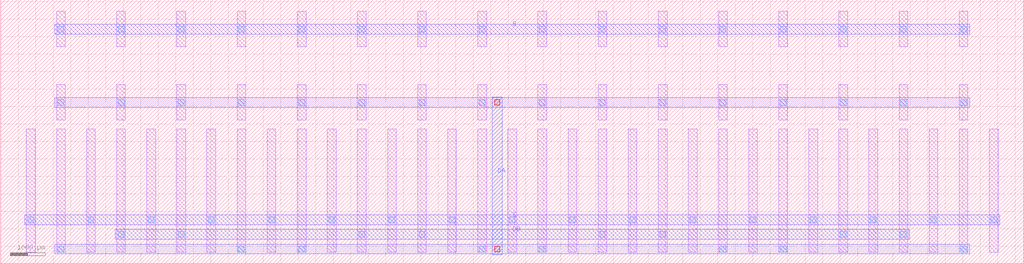
<source format=lef>
MACRO SCM_NMOS_B_85279373_X8_Y1
  UNITS 
    DATABASE MICRONS UNITS 1000;
  END UNITS 
  ORIGIN 0 0 ;
  FOREIGN SCM_NMOS_B_85279373_X8_Y1 0 0 ;
  SIZE 29240 BY 7560 ;
  PIN B
    DIRECTION INOUT ;
    USE SIGNAL ;
    PORT
      LAYER M2 ;
        RECT 1550 6580 27690 6860 ;
    END
  END B
  PIN DA
    DIRECTION INOUT ;
    USE SIGNAL ;
    PORT
      LAYER M3 ;
        RECT 14050 260 14330 4780 ;
    END
  END DA
  PIN DB
    DIRECTION INOUT ;
    USE SIGNAL ;
    PORT
      LAYER M2 ;
        RECT 3270 700 25970 980 ;
    END
  END DB
  PIN S
    DIRECTION INOUT ;
    USE SIGNAL ;
    PORT
      LAYER M2 ;
        RECT 690 1120 28550 1400 ;
    END
  END S
  OBS
    LAYER M1 ;
      RECT 1595 335 1845 3865 ;
    LAYER M1 ;
      RECT 1595 4115 1845 5125 ;
    LAYER M1 ;
      RECT 1595 6215 1845 7225 ;
    LAYER M1 ;
      RECT 735 335 985 3865 ;
    LAYER M1 ;
      RECT 2455 335 2705 3865 ;
    LAYER M1 ;
      RECT 3315 335 3565 3865 ;
    LAYER M1 ;
      RECT 3315 4115 3565 5125 ;
    LAYER M1 ;
      RECT 3315 6215 3565 7225 ;
    LAYER M1 ;
      RECT 4175 335 4425 3865 ;
    LAYER M1 ;
      RECT 5035 335 5285 3865 ;
    LAYER M1 ;
      RECT 5035 4115 5285 5125 ;
    LAYER M1 ;
      RECT 5035 6215 5285 7225 ;
    LAYER M1 ;
      RECT 5895 335 6145 3865 ;
    LAYER M1 ;
      RECT 6755 335 7005 3865 ;
    LAYER M1 ;
      RECT 6755 4115 7005 5125 ;
    LAYER M1 ;
      RECT 6755 6215 7005 7225 ;
    LAYER M1 ;
      RECT 7615 335 7865 3865 ;
    LAYER M1 ;
      RECT 8475 335 8725 3865 ;
    LAYER M1 ;
      RECT 8475 4115 8725 5125 ;
    LAYER M1 ;
      RECT 8475 6215 8725 7225 ;
    LAYER M1 ;
      RECT 9335 335 9585 3865 ;
    LAYER M1 ;
      RECT 10195 335 10445 3865 ;
    LAYER M1 ;
      RECT 10195 4115 10445 5125 ;
    LAYER M1 ;
      RECT 10195 6215 10445 7225 ;
    LAYER M1 ;
      RECT 11055 335 11305 3865 ;
    LAYER M1 ;
      RECT 11915 335 12165 3865 ;
    LAYER M1 ;
      RECT 11915 4115 12165 5125 ;
    LAYER M1 ;
      RECT 11915 6215 12165 7225 ;
    LAYER M1 ;
      RECT 12775 335 13025 3865 ;
    LAYER M1 ;
      RECT 13635 335 13885 3865 ;
    LAYER M1 ;
      RECT 13635 4115 13885 5125 ;
    LAYER M1 ;
      RECT 13635 6215 13885 7225 ;
    LAYER M1 ;
      RECT 14495 335 14745 3865 ;
    LAYER M1 ;
      RECT 15355 335 15605 3865 ;
    LAYER M1 ;
      RECT 15355 4115 15605 5125 ;
    LAYER M1 ;
      RECT 15355 6215 15605 7225 ;
    LAYER M1 ;
      RECT 16215 335 16465 3865 ;
    LAYER M1 ;
      RECT 17075 335 17325 3865 ;
    LAYER M1 ;
      RECT 17075 4115 17325 5125 ;
    LAYER M1 ;
      RECT 17075 6215 17325 7225 ;
    LAYER M1 ;
      RECT 17935 335 18185 3865 ;
    LAYER M1 ;
      RECT 18795 335 19045 3865 ;
    LAYER M1 ;
      RECT 18795 4115 19045 5125 ;
    LAYER M1 ;
      RECT 18795 6215 19045 7225 ;
    LAYER M1 ;
      RECT 19655 335 19905 3865 ;
    LAYER M1 ;
      RECT 20515 335 20765 3865 ;
    LAYER M1 ;
      RECT 20515 4115 20765 5125 ;
    LAYER M1 ;
      RECT 20515 6215 20765 7225 ;
    LAYER M1 ;
      RECT 21375 335 21625 3865 ;
    LAYER M1 ;
      RECT 22235 335 22485 3865 ;
    LAYER M1 ;
      RECT 22235 4115 22485 5125 ;
    LAYER M1 ;
      RECT 22235 6215 22485 7225 ;
    LAYER M1 ;
      RECT 23095 335 23345 3865 ;
    LAYER M1 ;
      RECT 23955 335 24205 3865 ;
    LAYER M1 ;
      RECT 23955 4115 24205 5125 ;
    LAYER M1 ;
      RECT 23955 6215 24205 7225 ;
    LAYER M1 ;
      RECT 24815 335 25065 3865 ;
    LAYER M1 ;
      RECT 25675 335 25925 3865 ;
    LAYER M1 ;
      RECT 25675 4115 25925 5125 ;
    LAYER M1 ;
      RECT 25675 6215 25925 7225 ;
    LAYER M1 ;
      RECT 26535 335 26785 3865 ;
    LAYER M1 ;
      RECT 27395 335 27645 3865 ;
    LAYER M1 ;
      RECT 27395 4115 27645 5125 ;
    LAYER M1 ;
      RECT 27395 6215 27645 7225 ;
    LAYER M1 ;
      RECT 28255 335 28505 3865 ;
    LAYER M2 ;
      RECT 1550 4480 27690 4760 ;
    LAYER M2 ;
      RECT 1550 280 27690 560 ;
    LAYER V1 ;
      RECT 13675 335 13845 505 ;
    LAYER V1 ;
      RECT 13675 4535 13845 4705 ;
    LAYER V1 ;
      RECT 13675 6635 13845 6805 ;
    LAYER V1 ;
      RECT 27435 335 27605 505 ;
    LAYER V1 ;
      RECT 27435 4535 27605 4705 ;
    LAYER V1 ;
      RECT 27435 6635 27605 6805 ;
    LAYER V1 ;
      RECT 15395 335 15565 505 ;
    LAYER V1 ;
      RECT 15395 4535 15565 4705 ;
    LAYER V1 ;
      RECT 15395 6635 15565 6805 ;
    LAYER V1 ;
      RECT 1635 335 1805 505 ;
    LAYER V1 ;
      RECT 1635 4535 1805 4705 ;
    LAYER V1 ;
      RECT 1635 6635 1805 6805 ;
    LAYER V1 ;
      RECT 3355 755 3525 925 ;
    LAYER V1 ;
      RECT 3355 4535 3525 4705 ;
    LAYER V1 ;
      RECT 3355 6635 3525 6805 ;
    LAYER V1 ;
      RECT 17115 755 17285 925 ;
    LAYER V1 ;
      RECT 17115 4535 17285 4705 ;
    LAYER V1 ;
      RECT 17115 6635 17285 6805 ;
    LAYER V1 ;
      RECT 5075 755 5245 925 ;
    LAYER V1 ;
      RECT 5075 4535 5245 4705 ;
    LAYER V1 ;
      RECT 5075 6635 5245 6805 ;
    LAYER V1 ;
      RECT 18835 755 19005 925 ;
    LAYER V1 ;
      RECT 18835 4535 19005 4705 ;
    LAYER V1 ;
      RECT 18835 6635 19005 6805 ;
    LAYER V1 ;
      RECT 6795 335 6965 505 ;
    LAYER V1 ;
      RECT 6795 4535 6965 4705 ;
    LAYER V1 ;
      RECT 6795 6635 6965 6805 ;
    LAYER V1 ;
      RECT 20555 335 20725 505 ;
    LAYER V1 ;
      RECT 20555 4535 20725 4705 ;
    LAYER V1 ;
      RECT 20555 6635 20725 6805 ;
    LAYER V1 ;
      RECT 25715 755 25885 925 ;
    LAYER V1 ;
      RECT 25715 4535 25885 4705 ;
    LAYER V1 ;
      RECT 25715 6635 25885 6805 ;
    LAYER V1 ;
      RECT 22275 335 22445 505 ;
    LAYER V1 ;
      RECT 22275 4535 22445 4705 ;
    LAYER V1 ;
      RECT 22275 6635 22445 6805 ;
    LAYER V1 ;
      RECT 8515 335 8685 505 ;
    LAYER V1 ;
      RECT 8515 4535 8685 4705 ;
    LAYER V1 ;
      RECT 8515 6635 8685 6805 ;
    LAYER V1 ;
      RECT 23995 755 24165 925 ;
    LAYER V1 ;
      RECT 23995 4535 24165 4705 ;
    LAYER V1 ;
      RECT 23995 6635 24165 6805 ;
    LAYER V1 ;
      RECT 11955 755 12125 925 ;
    LAYER V1 ;
      RECT 11955 4535 12125 4705 ;
    LAYER V1 ;
      RECT 11955 6635 12125 6805 ;
    LAYER V1 ;
      RECT 10235 755 10405 925 ;
    LAYER V1 ;
      RECT 10235 4535 10405 4705 ;
    LAYER V1 ;
      RECT 10235 6635 10405 6805 ;
    LAYER V1 ;
      RECT 28295 1175 28465 1345 ;
    LAYER V1 ;
      RECT 14535 1175 14705 1345 ;
    LAYER V1 ;
      RECT 775 1175 945 1345 ;
    LAYER V1 ;
      RECT 2495 1175 2665 1345 ;
    LAYER V1 ;
      RECT 16255 1175 16425 1345 ;
    LAYER V1 ;
      RECT 24855 1175 25025 1345 ;
    LAYER V1 ;
      RECT 4215 1175 4385 1345 ;
    LAYER V1 ;
      RECT 17975 1175 18145 1345 ;
    LAYER V1 ;
      RECT 19695 1175 19865 1345 ;
    LAYER V1 ;
      RECT 5935 1175 6105 1345 ;
    LAYER V1 ;
      RECT 21415 1175 21585 1345 ;
    LAYER V1 ;
      RECT 7655 1175 7825 1345 ;
    LAYER V1 ;
      RECT 23135 1175 23305 1345 ;
    LAYER V1 ;
      RECT 9375 1175 9545 1345 ;
    LAYER V1 ;
      RECT 11095 1175 11265 1345 ;
    LAYER V1 ;
      RECT 12815 1175 12985 1345 ;
    LAYER V1 ;
      RECT 26575 1175 26745 1345 ;
    LAYER V2 ;
      RECT 14115 345 14265 495 ;
    LAYER V2 ;
      RECT 14115 4545 14265 4695 ;
  END
END SCM_NMOS_B_85279373_X8_Y1

</source>
